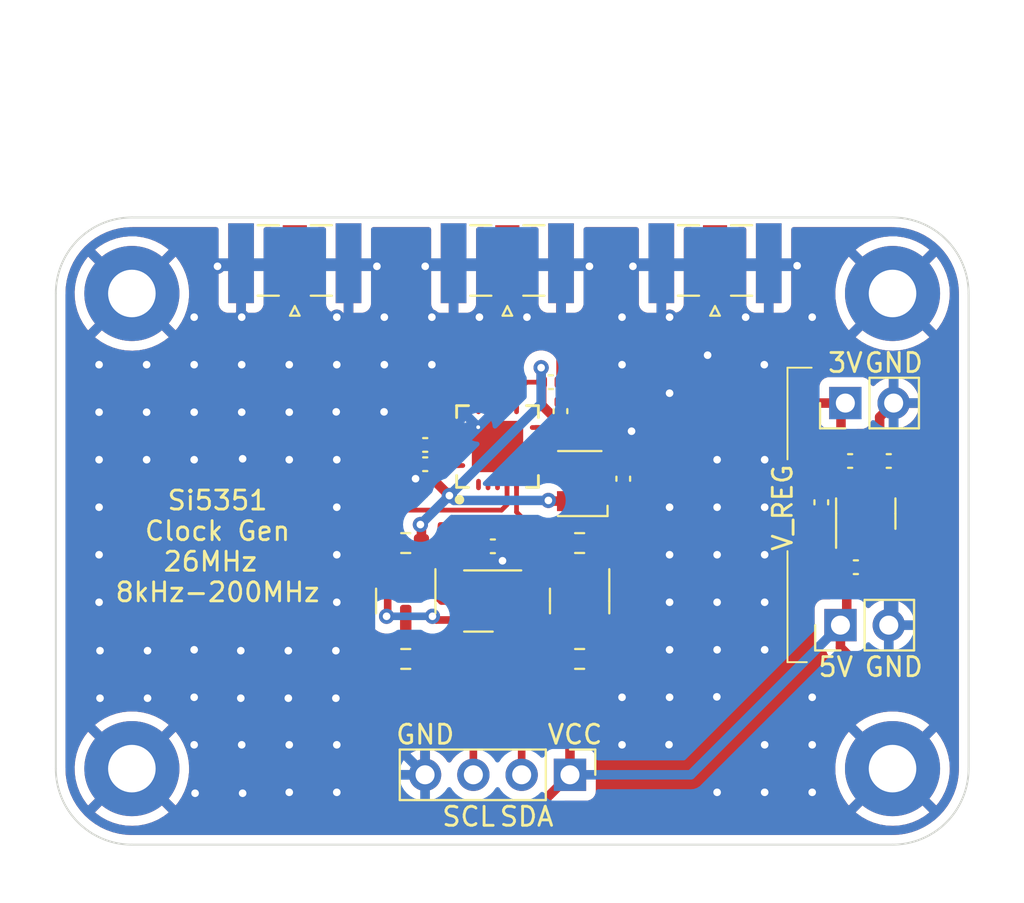
<source format=kicad_pcb>
(kicad_pcb (version 20211014) (generator pcbnew)
  (title_block (title "FREQUENCY GENERATOR") (date "2022-02-05"))
  (layers (0 "F.Cu" signal) (31 "B.Cu" signal) (34 "B.Paste" user) (35 "F.Paste" user) (36 "B.SilkS" user "B.Silkscreen") (37 "F.SilkS" user "F.Silkscreen") (38 "B.Mask" user) (39 "F.Mask" user) (44 "Edge.Cuts" user))
  (net 0 "")
  (net 1 "+3V3")
  (net 2 "GND")
  (net 3 "CLK0")
  (net 4 "Net-(C3-Pad1)")
  (net 5 "CLK1")
  (net 6 "CLK2")
  (net 7 "SDA_5V")
  (net 8 "SCL_5V")
  (net 9 "SDA_3.3")
  (net 10 "+5V")
  (net 11 "SCL_3.3")
  (net 13 "Net-(U1-Pad6)")
  (footprint "Capacitor_SMD:C_0402_1005Metric" (layer "F.Cu") (at 77.978 64.742 -90)
    (fp_text reference "C9")
    (fp_text value "4.7u")
    (fp_line (start -0.107836 0.36) (end 0.107836 0.36) (layer "F.SilkS") (width 0.12))
    (fp_line (start -0.107836 -0.36) (end 0.107836 -0.36) (layer "F.SilkS") (width 0.12))
    (pad "1" smd roundrect (at -0.48 0 270) (size 0.56 0.62) (layers "F.Cu" "F.Paste" "F.Mask") (net 1 "+3V3"))
    (pad "2" smd roundrect (at 0.48 0 270) (size 0.56 0.62) (layers "F.Cu" "F.Paste" "F.Mask") (net 2 "GND"))
  )
  (footprint "Connector_PinHeader_2.54mm:PinHeader_1x02_P2.54mm_Vertical" (layer "F.Cu") (at 79.243 59.52 90)
    (fp_text reference "J1")
    (fp_text value "Conn_01x02_Male")
    (fp_line (start -1.33 -1.33) (end 0 -1.33) (layer "F.SilkS") (width 0.12))
    (fp_line (start -1.33 3.87) (end 1.33 3.87) (layer "F.SilkS") (width 0.12))
    (fp_line (start 1.33 1.27) (end 1.33 3.87) (layer "F.SilkS") (width 0.12))
    (fp_line (start -1.33 1.27) (end -1.33 3.87) (layer "F.SilkS") (width 0.12))
    (fp_line (start -1.33 1.27) (end 1.33 1.27) (layer "F.SilkS") (width 0.12))
    (fp_line (start -1.33 0) (end -1.33 -1.33) (layer "F.SilkS") (width 0.12))
    (pad "1" thru_hole rect (at 0 0 90) (size 1.7 1.7) (drill 1) (layers *.Cu *.Mask) (net 1 "+3V3"))
    (pad "2" thru_hole oval (at 0 2.54 90) (size 1.7 1.7) (drill 1) (layers *.Cu *.Mask) (net 2 "GND"))
  )
  (footprint "Connector_Coaxial:SMA_Samtec_SMA-J-P-X-ST-EM1_EdgeMount" (layer "F.Cu") (at 50.292 52.1605 180)
    (fp_text reference "J3")
    (fp_text value "Conn_Coaxial")
    (fp_line (start -1.95 2) (end -0.84 2) (layer "F.SilkS") (width 0.12))
    (fp_line (start 0.25 -2.76) (end -0.25 -2.76) (layer "F.SilkS") (width 0.12))
    (fp_line (start -1.95 -1.71) (end -0.84 -1.71) (layer "F.SilkS") (width 0.12))
    (fp_line (start 0.84 2) (end 1.95 2) (layer "F.SilkS") (width 0.12))
    (fp_line (start 0.84 -1.71) (end 1.95 -1.71) (layer "F.SilkS") (width 0.12))
    (fp_line (start 0 -2.26) (end 0.25 -2.76) (layer "F.SilkS") (width 0.12))
    (fp_line (start -0.25 -2.76) (end 0 -2.26) (layer "F.SilkS") (width 0.12))
    (pad "1" smd rect (at 0 0.2 180) (size 1.27 3.6) (layers "F.Cu" "F.Paste" "F.Mask") (net 3 "CLK0"))
    (pad "2" smd rect (at -2.825 0 180) (size 1.35 4.2) (layers "B.Cu" "B.Paste" "B.Mask") (net 2 "GND"))
    (pad "2" smd rect (at 2.825 0 180) (size 1.35 4.2) (layers "B.Cu" "B.Paste" "B.Mask") (net 2 "GND"))
    (pad "2" smd rect (at 2.825 0 180) (size 1.35 4.2) (layers "F.Cu" "F.Paste" "F.Mask") (net 2 "GND"))
    (pad "2" smd rect (at -2.825 0 180) (size 1.35 4.2) (layers "F.Cu" "F.Paste" "F.Mask") (net 2 "GND"))
  )
  (footprint "MountingHole:MountingHole_2.5mm_Pad" (layer "F.Cu") (at 41.724 53.754)
    (fp_text reference "H1")
    (fp_text value "MountingHole_Pad")
    (pad "1" thru_hole circle (at 0 0) (size 5 5) (drill 2.5) (layers *.Cu *.Mask) (net 2 "GND"))
  )
  (footprint "Capacitor_SMD:C_0402_1005Metric" (layer "F.Cu") (at 79.494 62.568)
    (fp_text reference "C4")
    (fp_text value "4.7u")
    (fp_line (start -0.107836 0.36) (end 0.107836 0.36) (layer "F.SilkS") (width 0.12))
    (fp_line (start -0.107836 -0.36) (end 0.107836 -0.36) (layer "F.SilkS") (width 0.12))
    (pad "1" smd roundrect (at -0.48 0) (size 0.56 0.62) (layers "F.Cu" "F.Paste" "F.Mask") (net 1 "+3V3"))
    (pad "2" smd roundrect (at 0.48 0) (size 0.56 0.62) (layers "F.Cu" "F.Paste" "F.Mask") (net 2 "GND"))
  )
  (footprint "Resistor_SMD:R_0603_1608Metric" (layer "F.Cu") (at 65.27 66.886 180)
    (fp_text reference "R6")
    (fp_text value "1K")
    (fp_line (start -0.237258 -0.5225) (end 0.237258 -0.5225) (layer "F.SilkS") (width 0.12))
    (fp_line (start -0.237258 0.5225) (end 0.237258 0.5225) (layer "F.SilkS") (width 0.12))
    (pad "1" smd roundrect (at -0.825 0 180) (size 0.8 0.95) (layers "F.Cu" "F.Paste" "F.Mask") (net 1 "+3V3"))
    (pad "2" smd roundrect (at 0.825 0 180) (size 0.8 0.95) (layers "F.Cu" "F.Paste" "F.Mask") (net 9 "SDA_3.3"))
  )
  (footprint "Capacitor_SMD:C_0402_1005Metric" (layer "F.Cu") (at 81.526 62.568 180)
    (fp_text reference "C3")
    (fp_text value "100n")
    (fp_line (start -0.107836 0.36) (end 0.107836 0.36) (layer "F.SilkS") (width 0.12))
    (fp_line (start -0.107836 -0.36) (end 0.107836 -0.36) (layer "F.SilkS") (width 0.12))
    (pad "1" smd roundrect (at -0.48 0 180) (size 0.56 0.62) (layers "F.Cu" "F.Paste" "F.Mask") (net 4 "Net-(C3-Pad1)"))
    (pad "2" smd roundrect (at 0.48 0 180) (size 0.56 0.62) (layers "F.Cu" "F.Paste" "F.Mask") (net 2 "GND"))
  )
  (footprint "Connector_PinHeader_2.54mm:PinHeader_1x02_P2.54mm_Vertical" (layer "F.Cu") (at 78.986 71.204 90)
    (fp_text reference "J2")
    (fp_text value "Conn_01x02_Male")
    (fp_line (start -1.33 3.87) (end 1.33 3.87) (layer "F.SilkS") (width 0.12))
    (fp_line (start 1.33 1.27) (end 1.33 3.87) (layer "F.SilkS") (width 0.12))
    (fp_line (start -1.33 0) (end -1.33 -1.33) (layer "F.SilkS") (width 0.12))
    (fp_line (start -1.33 1.27) (end -1.33 3.87) (layer "F.SilkS") (width 0.12))
    (fp_line (start -1.33 1.27) (end 1.33 1.27) (layer "F.SilkS") (width 0.12))
    (fp_line (start -1.33 -1.33) (end 0 -1.33) (layer "F.SilkS") (width 0.12))
    (pad "1" thru_hole rect (at 0 0 90) (size 1.7 1.7) (drill 1) (layers *.Cu *.Mask) (net 10 "+5V"))
    (pad "2" thru_hole oval (at 0 2.54 90) (size 1.7 1.7) (drill 1) (layers *.Cu *.Mask) (net 2 "GND"))
  )
  (footprint "Package_DFN_QFN:DFN-6-1EP_3x3mm_P1mm_EP1.5x2.4mm" (layer "F.Cu") (at 60.698 69.934 180)
    (fp_text reference "U4")
    (fp_text value "Si7050-A20")
    (fp_line (start 0 -1.61) (end 1.5 -1.61) (layer "F.SilkS") (width 0.12))
    (fp_line (start -1.5 1.61) (end 1.5 1.61) (layer "F.SilkS") (width 0.12))
    (pad "1" smd roundrect (at -1.45 -1 180) (size 0.8 0.4) (layers "F.Cu" "F.Paste" "F.Mask") (net 9 "SDA_3.3"))
    (pad "2" smd roundrect (at -1.45 0 180) (size 0.8 0.4) (layers "F.Cu" "F.Paste" "F.Mask") (net 2 "GND"))
    (pad "3" smd roundrect (at -1.45 1 180) (size 0.8 0.4) (layers "F.Cu" "F.Paste" "F.Mask"))
    (pad "4" smd roundrect (at 1.45 1 180) (size 0.8 0.4) (layers "F.Cu" "F.Paste" "F.Mask"))
    (pad "5" smd roundrect (at 1.45 0 180) (size 0.8 0.4) (layers "F.Cu" "F.Paste" "F.Mask") (net 1 "+3V3"))
    (pad "6" smd roundrect (at 1.45 -1 180) (size 0.8 0.4) (layers "F.Cu" "F.Paste" "F.Mask") (net 11 "SCL_3.3"))
    (pad "7" smd rect (at 0 0 180) (size 1.5 2.4) (layers "F.Cu" "F.Mask"))
  )
  (footprint "Connector_PinHeader_2.54mm:PinHeader_1x04_P2.54mm_Vertical" (layer "F.Cu") (at 64.762 79.078 -90)
    (fp_text reference "J4")
    (fp_text value "Conn_01x04_Male")
    (fp_line (start -1.33 1.27) (end -1.33 8.95) (layer "F.SilkS") (width 0.12))
    (fp_line (start -1.33 0) (end -1.33 -1.33) (layer "F.SilkS") (width 0.12))
    (fp_line (start 1.33 1.27) (end 1.33 8.95) (layer "F.SilkS") (width 0.12))
    (fp_line (start -1.33 -1.33) (end 0 -1.33) (layer "F.SilkS") (width 0.12))
    (fp_line (start -1.33 8.95) (end 1.33 8.95) (layer "F.SilkS") (width 0.12))
    (fp_line (start -1.33 1.27) (end 1.33 1.27) (layer "F.SilkS") (width 0.12))
    (pad "1" thru_hole rect (at 0 0 270) (size 1.7 1.7) (drill 1) (layers *.Cu *.Mask) (net 10 "+5V"))
    (pad "2" thru_hole oval (at 0 2.54 270) (size 1.7 1.7) (drill 1) (layers *.Cu *.Mask) (net 7 "SDA_5V"))
    (pad "3" thru_hole oval (at 0 5.08 270) (size 1.7 1.7) (drill 1) (layers *.Cu *.Mask) (net 8 "SCL_5V"))
    (pad "4" thru_hole oval (at 0 7.62 270) (size 1.7 1.7) (drill 1) (layers *.Cu *.Mask) (net 2 "GND"))
  )
  (footprint "Package_TO_SOT_SMD:SOT-23-5" (layer "F.Cu") (at 80.316 65.336 90)
    (fp_text reference "U3")
    (fp_text value "LP2985-3.3")
    (fp_line (start 0 1.56) (end -0.8 1.56) (layer "F.SilkS") (width 0.12))
    (fp_line (start 0 1.56) (end 0.8 1.56) (layer "F.SilkS") (width 0.12))
    (fp_line (start 0 -1.56) (end -1.8 -1.56) (layer "F.SilkS") (width 0.12))
    (fp_line (start 0 -1.56) (end 0.8 -1.56) (layer "F.SilkS") (width 0.12))
    (pad "1" smd roundrect (at -1.1375 -0.95 90) (size 1.325 0.6) (layers "F.Cu" "F.Paste" "F.Mask") (net 10 "+5V"))
    (pad "2" smd roundrect (at -1.1375 0 90) (size 1.325 0.6) (layers "F.Cu" "F.Paste" "F.Mask") (net 2 "GND"))
    (pad "3" smd roundrect (at -1.1375 0.95 90) (size 1.325 0.6) (layers "F.Cu" "F.Paste" "F.Mask") (net 10 "+5V"))
    (pad "4" smd roundrect (at 1.1375 0.95 90) (size 1.325 0.6) (layers "F.Cu" "F.Paste" "F.Mask") (net 4 "Net-(C3-Pad1)"))
    (pad "5" smd roundrect (at 1.1375 -0.95 90) (size 1.325 0.6) (layers "F.Cu" "F.Paste" "F.Mask") (net 1 "+3V3"))
  )
  (footprint "Resistor_SMD:R_0603_1608Metric" (layer "F.Cu") (at 56.126 72.982)
    (fp_text reference "R8")
    (fp_text value "1K")
    (fp_line (start -0.237258 0.5225) (end 0.237258 0.5225) (layer "F.SilkS") (width 0.12))
    (fp_line (start -0.237258 -0.5225) (end 0.237258 -0.5225) (layer "F.SilkS") (width 0.12))
    (pad "1" smd roundrect (at -0.825 0) (size 0.8 0.95) (layers "F.Cu" "F.Paste" "F.Mask") (net 10 "+5V"))
    (pad "2" smd roundrect (at 0.825 0) (size 0.8 0.95) (layers "F.Cu" "F.Paste" "F.Mask") (net 8 "SCL_5V"))
  )
  (footprint "Capacitor_SMD:C_0402_1005Metric" (layer "F.Cu") (at 57.15 61.722 180)
    (fp_text reference "C8")
    (fp_text value "0.1u")
    (fp_line (start -0.107836 0.36) (end 0.107836 0.36) (layer "F.SilkS") (width 0.12))
    (fp_line (start -0.107836 -0.36) (end 0.107836 -0.36) (layer "F.SilkS") (width 0.12))
    (pad "1" smd roundrect (at -0.48 0 180) (size 0.56 0.62) (layers "F.Cu" "F.Paste" "F.Mask") (net 1 "+3V3"))
    (pad "2" smd roundrect (at 0.48 0 180) (size 0.56 0.62) (layers "F.Cu" "F.Paste" "F.Mask") (net 2 "GND"))
  )
  (footprint "Capacitor_SMD:C_0402_1005Metric" (layer "F.Cu") (at 67.564 63.5 90)
    (fp_text reference "C6")
    (fp_text value "0.1u")
    (fp_line (start -0.107836 0.36) (end 0.107836 0.36) (layer "F.SilkS") (width 0.12))
    (fp_line (start -0.107836 -0.36) (end 0.107836 -0.36) (layer "F.SilkS") (width 0.12))
    (pad "1" smd roundrect (at -0.48 0 90) (size 0.56 0.62) (layers "F.Cu" "F.Paste" "F.Mask") (net 1 "+3V3"))
    (pad "2" smd roundrect (at 0.48 0 90) (size 0.56 0.62) (layers "F.Cu" "F.Paste" "F.Mask") (net 2 "GND"))
  )
  (footprint "Itsemast:Silicon_Labs-Si5351C-B-GM-Level_C" (layer "F.Cu") (at 60.952 61.806 90)
    (fp_text reference "U1")
    (fp_text value "Si5351C-B-GM")
    (fp_line (start -2.150001 -1.525001) (end -2.150001 -2.150001) (layer "F.SilkS") (width 0.15))
    (fp_line (start -2.150001 2.149998) (end -1.525001 2.149998) (layer "F.SilkS") (width 0.15))
    (fp_line (start 1.524998 -2.150001) (end 2.149998 -2.150001) (layer "F.SilkS") (width 0.15))
    (fp_line (start 2.149998 2.149998) (end 2.149998 1.524998) (layer "F.SilkS") (width 0.15))
    (fp_line (start -2.150001 2.149998) (end -2.150001 1.524998) (layer "F.SilkS") (width 0.15))
    (fp_line (start -2.150001 -2.150001) (end -1.525001 -2.150001) (layer "F.SilkS") (width 0.15))
    (fp_line (start 1.524998 2.149998) (end 2.149998 2.149998) (layer "F.SilkS") (width 0.15))
    (fp_line (start 2.149998 -1.525001) (end 2.149998 -2.150001) (layer "F.SilkS") (width 0.15))
    (fp_circle (center -2.800002 -2.000001) (end -2.675001 -2.000001) (layer "F.SilkS") (width 0.249999) (fill none))
    (pad "1" smd roundrect (at -2.000001 -1.000001) (size 0.249999 0.599999) (layers "F.Cu" "F.Paste" "F.Mask") (roundrect_rratio 0.5))
    (pad "2" smd roundrect (at -2.000001 -0.500002) (size 0.249999 0.599999) (layers "F.Cu" "F.Paste" "F.Mask") (roundrect_rratio 0.5))
    (pad "3" smd roundrect (at -2.000001 -0.000001) (size 0.249999 0.599999) (layers "F.Cu" "F.Paste" "F.Mask") (roundrect_rratio 0.5))
    (pad "4" smd roundrect (at -2.000001 0.499999) (size 0.249999 0.599999) (layers "F.Cu" "F.Paste" "F.Mask") (roundrect_rratio 0.5) (net 11 "SCL_3.3"))
    (pad "5" smd roundrect (at -2.000001 0.999998) (size 0.249999 0.599999) (layers "F.Cu" "F.Paste" "F.Mask") (roundrect_rratio 0.5) (net 9 "SDA_3.3"))
    (pad "6" smd roundrect (at -1.000001 1.999999 90) (size 0.249999 0.599999) (layers "F.Cu" "F.Paste" "F.Mask") (roundrect_rratio 0.5) (net 13 "Net-(U1-Pad6)"))
    (pad "7" smd roundrect (at -0.500002 1.999999 90) (size 0.249999 0.599999) (layers "F.Cu" "F.Paste" "F.Mask") (roundrect_rratio 0.5))
    (pad "8" smd roundrect (at 0.000001 1.999999 90) (size 0.249999 0.599999) (layers "F.Cu" "F.Paste" "F.Mask") (roundrect_rratio 0.5))
    (pad "9" smd roundrect (at 0.499999 1.999999 90) (size 0.249999 0.599999) (layers "F.Cu" "F.Paste" "F.Mask") (roundrect_rratio 0.5) (net 6 "CLK2"))
    (pad "10" smd roundrect (at 0.999998 1.999999 90) (size 0.249999 0.599999) (layers "F.Cu" "F.Paste" "F.Mask") (roundrect_rratio 0.5) (net 1 "+3V3"))
    (pad "11" smd roundrect (at 1.999999 0.999998) (size 0.249999 0.599999) (layers "F.Cu" "F.Paste" "F.Mask") (roundrect_rratio 0.5) (net 1 "+3V3"))
    (pad "12" smd roundrect (at 1.999999 0.499999) (size 0.249999 0.599999) (layers "F.Cu" "F.Paste" "F.Mask") (roundrect_rratio 0.5) (net 5 "CLK1"))
    (pad "13" smd roundrect (at 1.999999 -0.000001) (size 0.249999 0.599999) (layers "F.Cu" "F.Paste" "F.Mask") (roundrect_rratio 0.5) (net 3 "CLK0"))
    (pad "14" smd roundrect (at 1.999999 -0.500002) (size 0.249999 0.599999) (layers "F.Cu" "F.Paste" "F.Mask") (roundrect_rratio 0.5) (net 1 "+3V3"))
    (pad "15" smd roundrect (at 1.999999 -1.000001) (size 0.249999 0.599999) (layers "F.Cu" "F.Paste" "F.Mask") (roundrect_rratio 0.5))
    (pad "16" smd roundrect (at 0.999998 -2.000001 90) (size 0.249999 0.599999) (layers "F.Cu" "F.Paste" "F.Mask") (roundrect_rratio 0.5))
    (pad "17" smd roundrect (at 0.499999 -2.000001 90) (size 0.249999 0.599999) (layers "F.Cu" "F.Paste" "F.Mask") (roundrect_rratio 0.5))
    (pad "18" smd roundrect (at 0.000001 -2.000001 90) (size 0.249999 0.599999) (layers "F.Cu" "F.Paste" "F.Mask") (roundrect_rratio 0.5) (net 1 "+3V3"))
    (pad "19" smd roundrect (at -0.500002 -2.000001 90) (size 0.249999 0.599999) (layers "F.Cu" "F.Paste" "F.Mask") (roundrect_rratio 0.5))
    (pad "20" smd roundrect (at -1.000001 -2.000001 90) (size 0.249999 0.599999) (layers "F.Cu" "F.Paste" "F.Mask") (roundrect_rratio 0.5) (net 1 "+3V3"))
    (pad "21" smd rect (at 0 0 90) (size 2.7 2.7) (layers "F.Cu" "F.Paste" "F.Mask") (net 2 "GND"))
    (pad "~" thru_hole circle (at 1.016 -1.016 90) (size 0.499999 0.499999) (drill 0.2) (layers *.Cu) (net 2 "GND"))
  )
  (footprint "Package_TO_SOT_SMD:SOT-23" (layer "F.Cu") (at 65.27 69.934 -90)
    (fp_text reference "Q1")
    (fp_text value "2N7002")
    (fp_line (start 0 -1.56) (end 0.65 -1.56) (layer "F.SilkS") (width 0.12))
    (fp_line (start 0 1.56) (end -0.65 1.56) (layer "F.SilkS") (width 0.12))
    (fp_line (start 0 1.56) (end 0.65 1.56) (layer "F.SilkS") (width 0.12))
    (fp_line (start 0 -1.56) (end -1.675 -1.56) (layer "F.SilkS") (width 0.12))
    (pad "1" smd roundrect (at -0.9375 -0.95 270) (size 1.475 0.6) (layers "F.Cu" "F.Paste" "F.Mask") (net 1 "+3V3"))
    (pad "2" smd roundrect (at -0.9375 0.95 270) (size 1.475 0.6) (layers "F.Cu" "F.Paste" "F.Mask") (net 9 "SDA_3.3"))
    (pad "3" smd roundrect (at 0.9375 0 270) (size 1.475 0.6) (layers "F.Cu" "F.Paste" "F.Mask") (net 7 "SDA_5V"))
  )
  (footprint "MountingHole:MountingHole_2.5mm_Pad" (layer "F.Cu") (at 81.724 78.754)
    (fp_text reference "H3")
    (fp_text value "MountingHole_Pad")
    (pad "1" thru_hole circle (at 0 0) (size 5 5) (drill 2.5) (layers *.Cu *.Mask) (net 2 "GND"))
  )
  (footprint "Resistor_SMD:R_0603_1608Metric" (layer "F.Cu") (at 56.126 66.886 180)
    (fp_text reference "R5")
    (fp_text value "1K")
    (fp_line (start -0.237258 0.5225) (end 0.237258 0.5225) (layer "F.SilkS") (width 0.12))
    (fp_line (start -0.237258 -0.5225) (end 0.237258 -0.5225) (layer "F.SilkS") (width 0.12))
    (pad "1" smd roundrect (at -0.825 0 180) (size 0.8 0.95) (layers "F.Cu" "F.Paste" "F.Mask") (net 1 "+3V3"))
    (pad "2" smd roundrect (at 0.825 0 180) (size 0.8 0.95) (layers "F.Cu" "F.Paste" "F.Mask") (net 11 "SCL_3.3"))
  )
  (footprint "Capacitor_SMD:C_0402_1005Metric" (layer "F.Cu") (at 63.754 58.42 180)
    (fp_text reference "C7")
    (fp_text value "0.1u")
    (fp_line (start -0.107836 0.36) (end 0.107836 0.36) (layer "F.SilkS") (width 0.12))
    (fp_line (start -0.107836 -0.36) (end 0.107836 -0.36) (layer "F.SilkS") (width 0.12))
    (pad "1" smd roundrect (at -0.48 0 180) (size 0.56 0.62) (layers "F.Cu" "F.Paste" "F.Mask") (net 2 "GND"))
    (pad "2" smd roundrect (at 0.48 0 180) (size 0.56 0.62) (layers "F.Cu" "F.Paste" "F.Mask") (net 1 "+3V3"))
  )
  (footprint "Connector_Coaxial:SMA_Samtec_SMA-J-P-X-ST-EM1_EdgeMount" (layer "F.Cu") (at 61.468 52.1605 180)
    (fp_text reference "J5")
    (fp_text value "Conn_Coaxial")
    (fp_line (start 0.25 -2.76) (end -0.25 -2.76) (layer "F.SilkS") (width 0.12))
    (fp_line (start -0.25 -2.76) (end 0 -2.26) (layer "F.SilkS") (width 0.12))
    (fp_line (start 0.84 2) (end 1.95 2) (layer "F.SilkS") (width 0.12))
    (fp_line (start 0.84 -1.71) (end 1.95 -1.71) (layer "F.SilkS") (width 0.12))
    (fp_line (start -1.95 2) (end -0.84 2) (layer "F.SilkS") (width 0.12))
    (fp_line (start -1.95 -1.71) (end -0.84 -1.71) (layer "F.SilkS") (width 0.12))
    (fp_line (start 0 -2.26) (end 0.25 -2.76) (layer "F.SilkS") (width 0.12))
    (pad "1" smd rect (at 0 0.2 180) (size 1.27 3.6) (layers "F.Cu" "F.Paste" "F.Mask") (net 5 "CLK1"))
    (pad "2" smd rect (at -2.825 0 180) (size 1.35 4.2) (layers "B.Cu" "B.Paste" "B.Mask") (net 2 "GND"))
    (pad "2" smd rect (at 2.825 0 180) (size 1.35 4.2) (layers "B.Cu" "B.Paste" "B.Mask") (net 2 "GND"))
    (pad "2" smd rect (at 2.825 0 180) (size 1.35 4.2) (layers "F.Cu" "F.Paste" "F.Mask") (net 2 "GND"))
    (pad "2" smd rect (at -2.825 0 180) (size 1.35 4.2) (layers "F.Cu" "F.Paste" "F.Mask") (net 2 "GND"))
  )
  (footprint "Capacitor_SMD:C_0402_1005Metric" (layer "F.Cu") (at 64.262 59.944 90)
    (fp_text reference "C10")
    (fp_text value "0.1u")
    (fp_line (start -0.107836 0.36) (end 0.107836 0.36) (layer "F.SilkS") (width 0.12))
    (fp_line (start -0.107836 -0.36) (end 0.107836 -0.36) (layer "F.SilkS") (width 0.12))
    (pad "1" smd roundrect (at -0.48 0 90) (size 0.56 0.62) (layers "F.Cu" "F.Paste" "F.Mask") (net 1 "+3V3"))
    (pad "2" smd roundrect (at 0.48 0 90) (size 0.56 0.62) (layers "F.Cu" "F.Paste" "F.Mask") (net 2 "GND"))
  )
  (footprint "MountingHole:MountingHole_2.5mm_Pad" (layer "F.Cu") (at 41.724 78.754)
    (fp_text reference "H4")
    (fp_text value "MountingHole_Pad")
    (pad "1" thru_hole circle (at 0 0) (size 5 5) (drill 2.5) (layers *.Cu *.Mask) (net 2 "GND"))
  )
  (footprint "Connector_Coaxial:SMA_Samtec_SMA-J-P-X-ST-EM1_EdgeMount" (layer "F.Cu") (at 72.39 52.1605 180)
    (fp_text reference "J6")
    (fp_text value "Conn_Coaxial")
    (fp_line (start 0.84 2) (end 1.95 2) (layer "F.SilkS") (width 0.12))
    (fp_line (start 0.25 -2.76) (end -0.25 -2.76) (layer "F.SilkS") (width 0.12))
    (fp_line (start -0.25 -2.76) (end 0 -2.26) (layer "F.SilkS") (width 0.12))
    (fp_line (start -1.95 2) (end -0.84 2) (layer "F.SilkS") (width 0.12))
    (fp_line (start 0.84 -1.71) (end 1.95 -1.71) (layer "F.SilkS") (width 0.12))
    (fp_line (start 0 -2.26) (end 0.25 -2.76) (layer "F.SilkS") (width 0.12))
    (fp_line (start -1.95 -1.71) (end -0.84 -1.71) (layer "F.SilkS") (width 0.12))
    (pad "1" smd rect (at 0 0.2 180) (size 1.27 3.6) (layers "F.Cu" "F.Paste" "F.Mask") (net 6 "CLK2"))
    (pad "2" smd rect (at -2.825 0 180) (size 1.35 4.2) (layers "B.Cu" "B.Paste" "B.Mask") (net 2 "GND"))
    (pad "2" smd rect (at 2.825 0 180) (size 1.35 4.2) (layers "B.Cu" "B.Paste" "B.Mask") (net 2 "GND"))
    (pad "2" smd rect (at -2.825 0 180) (size 1.35 4.2) (layers "F.Cu" "F.Paste" "F.Mask") (net 2 "GND"))
    (pad "2" smd rect (at 2.825 0 180) (size 1.35 4.2) (layers "F.Cu" "F.Paste" "F.Mask") (net 2 "GND"))
  )
  (footprint "Resistor_SMD:R_0603_1608Metric" (layer "F.Cu") (at 65.27 72.982 180)
    (fp_text reference "R7")
    (fp_text value "1K")
    (fp_line (start -0.237258 -0.5225) (end 0.237258 -0.5225) (layer "F.SilkS") (width 0.12))
    (fp_line (start -0.237258 0.5225) (end 0.237258 0.5225) (layer "F.SilkS") (width 0.12))
    (pad "1" smd roundrect (at -0.825 0 180) (size 0.8 0.95) (layers "F.Cu" "F.Paste" "F.Mask") (net 10 "+5V"))
    (pad "2" smd roundrect (at 0.825 0 180) (size 0.8 0.95) (layers "F.Cu" "F.Paste" "F.Mask") (net 7 "SDA_5V"))
  )
  (footprint "Capacitor_SMD:C_0402_1005Metric" (layer "F.Cu") (at 79.796 68.156 180)
    (fp_text reference "C2")
    (fp_text value "1u")
    (fp_line (start -0.107836 -0.36) (end 0.107836 -0.36) (layer "F.SilkS") (width 0.12))
    (fp_line (start -0.107836 0.36) (end 0.107836 0.36) (layer "F.SilkS") (width 0.12))
    (pad "1" smd roundrect (at -0.48 0 180) (size 0.56 0.62) (layers "F.Cu" "F.Paste" "F.Mask") (net 2 "GND"))
    (pad "2" smd roundrect (at 0.48 0 180) (size 0.56 0.62) (layers "F.Cu" "F.Paste" "F.Mask") (net 10 "+5V"))
  )
  (footprint "Capacitor_SMD:C_0402_1005Metric" (layer "F.Cu") (at 57.15 62.738 180)
    (fp_text reference "C1")
    (fp_text value "0.1u")
    (fp_line (start -0.107836 -0.36) (end 0.107836 -0.36) (layer "F.SilkS") (width 0.12))
    (fp_line (start -0.107836 0.36) (end 0.107836 0.36) (layer "F.SilkS") (width 0.12))
    (pad "1" smd roundrect (at -0.48 0 180) (size 0.56 0.62) (layers "F.Cu" "F.Paste" "F.Mask") (net 1 "+3V3"))
    (pad "2" smd roundrect (at 0.48 0 180) (size 0.56 0.62) (layers "F.Cu" "F.Paste" "F.Mask") (net 2 "GND"))
  )
  (footprint "Package_TO_SOT_SMD:SOT-23" (layer "F.Cu") (at 56.126 69.934 -90)
    (fp_text reference "Q2")
    (fp_text value "2N7002")
    (fp_line (start 0 -1.56) (end 0.65 -1.56) (layer "F.SilkS") (width 0.12))
    (fp_line (start 0 1.56) (end -0.65 1.56) (layer "F.SilkS") (width 0.12))
    (fp_line (start 0 -1.56) (end -1.675 -1.56) (layer "F.SilkS") (width 0.12))
    (fp_line (start 0 1.56) (end 0.65 1.56) (layer "F.SilkS") (width 0.12))
    (pad "1" smd roundrect (at -0.9375 -0.95 270) (size 1.475 0.6) (layers "F.Cu" "F.Paste" "F.Mask") (net 1 "+3V3"))
    (pad "2" smd roundrect (at -0.9375 0.95 270) (size 1.475 0.6) (layers "F.Cu" "F.Paste" "F.Mask") (net 11 "SCL_3.3"))
    (pad "3" smd roundrect (at 0.9375 0 270) (size 1.475 0.6) (layers "F.Cu" "F.Paste" "F.Mask") (net 8 "SCL_5V"))
  )
  (footprint "Capacitor_SMD:C_0402_1005Metric" (layer "F.Cu") (at 60.706 67.056)
    (fp_text reference "C5")
    (fp_text value "0.1uF")
    (fp_line (start -0.107836 0.36) (end 0.107836 0.36) (layer "F.SilkS") (width 0.12))
    (fp_line (start -0.107836 -0.36) (end 0.107836 -0.36) (layer "F.SilkS") (width 0.12))
    (pad "1" smd roundrect (at -0.48 0) (size 0.56 0.62) (layers "F.Cu" "F.Paste" "F.Mask") (net 1 "+3V3"))
    (pad "2" smd roundrect (at 0.48 0) (size 0.56 0.62) (layers "F.Cu" "F.Paste" "F.Mask") (net 2 "GND"))
  )
  (footprint "Oscillator:Oscillator_SMD_Kyocera_KC2520Z-4Pin_2.5x2.0mm" (layer "F.Cu") (at 65.278 63.754 180)
    (fp_text reference "U2")
    (fp_text value "SiT5008 26MHz")
    (fp_line (start -1.46 -1.71) (end 1.15 -1.71) (layer "F.SilkS") (width 0.12))
    (fp_line (start 1.14 1.71) (end -1.14 1.71) (layer "F.SilkS") (width 0.12))
    (fp_line (start -1.46 -1.17) (end -1.46 -1.71) (layer "F.SilkS") (width 0.12))
    (pad "1" smd rect (at -0.725 -0.925 180) (size 0.95 1.05) (layers "F.Cu" "F.Paste" "F.Mask"))
    (pad "2" smd rect (at -0.725 0.925 180) (size 0.95 1.05) (layers "F.Cu" "F.Paste" "F.Mask") (net 2 "GND"))
    (pad "3" smd rect (at 0.725 0.925 180) (size 0.95 1.05) (layers "F.Cu" "F.Paste" "F.Mask") (net 13 "Net-(U1-Pad6)"))
    (pad "4" smd rect (at 0.725 -0.925 180) (size 0.95 1.05) (layers "F.Cu" "F.Paste" "F.Mask") (net 1 "+3V3"))
  )
  (footprint "MountingHole:MountingHole_2.5mm_Pad" (layer "F.Cu") (at 81.724 53.754)
    (fp_text reference "H2")
    (fp_text value "MountingHole_Pad")
    (pad "1" thru_hole circle (at 0 0) (size 5 5) (drill 2.5) (layers *.Cu *.Mask) (net 2 "GND"))
  )
  (gr_line (start 76.2 57.658) (end 77.47 57.658) (layer "F.SilkS") (width 0.1))
  (gr_line (start 76.2 72.898) (end 76.2 73.152) (layer "F.SilkS") (width 0.1))
  (gr_line (start 76.2 67.31) (end 76.2 72.898) (layer "F.SilkS") (width 0.1))
  (gr_line (start 76.2 62.484) (end 76.2 57.658) (layer "F.SilkS") (width 0.1))
  (gr_line (start 76.2 73.152) (end 77.216 73.152) (layer "F.SilkS") (width 0.1))
  (gr_arc (start 41.724 82.754) (mid 38.895573 81.582427) (end 37.724 78.754) (layer "Edge.Cuts") (width 0.1))
  (gr_line (start 85.724 53.754) (end 85.724 78.754) (layer "Edge.Cuts") (width 0.1))
  (gr_arc (start 37.724 53.754) (mid 38.895573 50.925573) (end 41.724 49.754) (layer "Edge.Cuts") (width 0.1))
  (gr_arc (start 81.724 49.754) (mid 84.552427 50.925573) (end 85.724 53.754) (layer "Edge.Cuts") (width 0.1))
  (gr_line (start 81.724 82.754) (end 41.724 82.754) (layer "Edge.Cuts") (width 0.1))
  (gr_line (start 41.724 49.754) (end 81.724 49.754) (layer "Edge.Cuts") (width 0.1))
  (gr_arc (start 85.724 78.754) (mid 84.552427 81.582427) (end 81.724 82.754) (layer "Edge.Cuts") (width 0.1))
  (gr_line (start 37.724 78.754) (end 37.724 53.754) (layer "Edge.Cuts") (width 0.1))
  (gr_text "3V" (at 79.248 57.404) (layer "F.SilkS") (effects (font (size 1 1))))
  (gr_text "GND" (at 81.788 57.404) (layer "F.SilkS") (effects (font (size 1 1))))
  (gr_text "VCC" (at 65.024 76.962) (layer "F.SilkS") (effects (font (size 1 1))))
  (gr_text "GND" (at 57.15 76.962) (layer "F.SilkS") (effects (font (size 1 1))))
  (gr_text "V_REG" (at 75.946 65.024 90) (layer "F.SilkS") (effects (font (size 1 1))))
  (gr_text "SCL" (at 59.436 81.28) (layer "F.SilkS") (effects (font (size 1 1))))
  (gr_text "Si5351\nClock Gen\n26MHz \n8kHz-200MHz" (at 46.228 67.056) (layer "F.SilkS") (effects (font (size 1 1))))
  (gr_text "GND" (at 81.788 73.406) (layer "F.SilkS") (effects (font (size 1 1))))
  (gr_text "5V" (at 78.74 73.406) (layer "F.SilkS") (effects (font (size 1 1))))
  (gr_text "SDA" (at 62.484 81.28) (layer "F.SilkS") (effects (font (size 1 1))))
  (segment (start 64.078293 60.424) (end 63.274 59.619707) (width 0.5) (layer "F.Cu") (net 1))
  (segment (start 57.63 61.722) (end 57.63 62.738) (width 0.5) (layer "F.Cu") (net 1))
  (segment (start 79.366 64.1985) (end 79.014 63.8465) (width 0.5) (layer "F.Cu") (net 1))
  (segment (start 63.246 57.658) (end 63.246 58.392) (width 0.5) (layer "F.Cu") (net 1))
  (segment (start 61.951998 59.806001) (end 61.951998 58.952002) (width 0.25) (layer "F.Cu") (net 1))
  (segment (start 66.22 68.9965) (end 66.22 67.011) (width 0.5) (layer "F.Cu") (net 1))
  (segment (start 64.49159 64.99959) (end 66.095 66.603) (width 0.5) (layer "F.Cu") (net 1))
  (segment (start 63.274 59.619707) (end 63.274 58.42) (width 0.5) (layer "F.Cu") (net 1))
  (segment (start 73.068 59.52) (end 79.243 59.52) (width 0.5) (layer "F.Cu") (net 1))
  (segment (start 61.951998 58.952002) (end 62.484 58.42) (width 0.25) (layer "F.Cu") (net 1))
  (segment (start 58.951999 62.806001) (end 57.698001 62.806001) (width 0.25) (layer "F.Cu") (net 1))
  (segment (start 79.014 59.749) (end 79.243 59.52) (width 0.5) (layer "F.Cu") (net 1))
  (segment (start 57.076 68.9965) (end 57.076 67.011) (width 0.5) (layer "F.Cu") (net 1))
  (segment (start 63.663 64.679) (end 63.627 64.643) (width 0.5) (layer "F.Cu") (net 1))
  (segment (start 58.166518 59.181482) (end 57.63 59.718) (width 0.25) (layer "F.Cu") (net 1))
  (segment (start 56.951 66.886) (end 56.951 65.968) (width 0.5) (layer "F.Cu") (net 1))
  (segment (start 57.63 59.718) (end 57.63 61.722) (width 0.25) (layer "F.Cu") (net 1))
  (segment (start 66.972 66.886) (end 66.095 66.886) (width 0.5) (layer "F.Cu") (net 1))
  (segment (start 64.553 64.679) (end 63.663 64.679) (width 0.5) (layer "F.Cu") (net 1))
  (segment (start 57.0085 66.9435) (end 56.951 66.886) (width 0.5) (layer "F.Cu") (net 1))
  (segment (start 57.121 67.056) (end 56.951 66.886) (width 0.5) (layer "F.Cu") (net 1))
  (segment (start 67.564 63.98) (end 68.608 63.98) (width 0.5) (layer "F.Cu") (net 1))
  (segment (start 64.49159 64.62387) (end 64.49159 64.99959) (width 0.5) (layer "F.Cu") (net 1))
  (segment (start 56.951 65.968) (end 56.896 65.913) (width 0.5) (layer "F.Cu") (net 1))
  (segment (start 60.451998 59.495285) (end 60.138195 59.181482) (width 0.25) (layer "F.Cu") (net 1))
  (segment (start 79.014 62.568) (end 79.014 59.749) (width 0.5) (layer "F.Cu") (net 1))
  (segment (start 60.138195 59.181482) (end 58.166518 59.181482) (width 0.25) (layer "F.Cu") (net 1))
  (segment (start 67.564 63.98) (end 67.564 66.294) (width 0.5) (layer "F.Cu") (net 1))
  (segment (start 63.246 58.392) (end 63.274 58.42) (width 0.5) (layer "F.Cu") (net 1))
  (segment (start 58.0135 69.934) (end 57.076 68.9965) (width 0.4) (layer "F.Cu") (net 1))
  (segment (start 62.484 58.42) (end 63.274 58.42) (width 0.25) (layer "F.Cu") (net 1))
  (segment (start 59.248 69.934) (end 58.0135 69.934) (width 0.4) (layer "F.Cu") (net 1))
  (segment (start 64.262 60.424) (end 64.078293 60.424) (width 0.5) (layer "F.Cu") (net 1))
  (segment (start 78.0415 64.1985) (end 77.978 64.262) (width 0.5) (layer "F.Cu") (net 1))
  (segment (start 63.935998 60.806002) (end 64.29 60.452) (width 0.25) (layer "F.Cu") (net 1))
  (segment (start 68.608 63.98) (end 73.068 59.52) (width 0.5) (layer "F.Cu") (net 1))
  (segment (start 79.014 63.8465) (end 79.014 62.568) (width 0.5) (layer "F.Cu") (net 1))
  (segment (start 67.564 66.294) (end 66.972 66.886) (width 0.5) (layer "F.Cu") (net 1))
  (segment (start 57.63 63.599) (end 58.42 64.389) (width 0.5) (layer "F.Cu") (net 1))
  (segment (start 57.63 62.738) (end 57.63 63.599) (width 0.5) (layer "F.Cu") (net 1))
  (segment (start 60.226 67.056) (end 57.121 67.056) (width 0.5) (layer "F.Cu") (net 1))
  (segment (start 79.366 64.1985) (end 78.0415 64.1985) (width 0.5) (layer "F.Cu") (net 1))
  (segment (start 58.951999 61.805999) (end 57.713999 61.805999) (width 0.25) (layer "F.Cu") (net 1))
  (segment (start 57.076 67.011) (end 57.0085 66.9435) (width 0.5) (layer "F.Cu") (net 1))
  (segment (start 62.951999 60.806002) (end 63.935998 60.806002) (width 0.25) (layer "F.Cu") (net 1))
  (segment (start 60.451998 59.806001) (end 60.451998 59.495285) (width 0.25) (layer "F.Cu") (net 1))
  (via (at 63.627 64.643) (size 0.8) (drill 0.4) (layers "F.Cu" "B.Cu") (net 1))
  (via (at 56.896 65.913) (size 0.8) (drill 0.4) (layers "F.Cu" "B.Cu") (net 1))
  (via (at 58.42 64.389) (size 0.8) (drill 0.4) (layers "F.Cu" "B.Cu") (net 1))
  (via (at 63.246 57.658) (size 0.8) (drill 0.4) (layers "F.Cu" "B.Cu") (net 1))
  (segment (start 58.674 64.643) (end 58.42 64.389) (width 0.5) (layer "B.Cu") (net 1))
  (segment (start 63.627 64.643) (end 58.674 64.643) (width 0.5) (layer "B.Cu") (net 1))
  (segment (start 63.246 57.658) (end 63.246 59.563) (width 0.5) (layer "B.Cu") (net 1))
  (segment (start 63.246 59.563) (end 58.42 64.389) (width 0.5) (layer "B.Cu") (net 1))
  (segment (start 58.42 64.389) (end 56.896 65.913) (width 0.5) (layer "B.Cu") (net 1))
  (segment (start 53.117 52.1605) (end 54.4465 52.1605) (width 0.5) (layer "F.Cu") (net 2))
  (segment (start 65.6225 52.1605) (end 65.786 52.324) (width 0.5) (layer "F.Cu") (net 2))
  (segment (start 79.974 62.568) (end 81.046 62.568) (width 0.5) (layer "F.Cu") (net 2))
  (segment (start 64.262 59.464) (end 64.262 58.448) (width 0.5) (layer "F.Cu") (net 2))
  (segment (start 46.3915 52.1605) (end 46.228 52.324) (width 0.5) (layer "F.Cu") (net 2))
  (segment (start 64.293 52.1605) (end 65.6225 52.1605) (width 0.5) (layer "F.Cu") (net 2))
  (segment (start 69.565 52.1605) (end 68.2355 52.1605) (width 0.5) (layer "F.Cu") (net 2))
  (segment (start 81.046 60.257) (end 81.783 59.52) (width 0.5) (layer "F.Cu") (net 2))
  (segment (start 75.215 55.369) (end 75.215 52.293) (width 0.5) (layer "F.Cu") (net 2))
  (segment (start 64.293 58.361) (end 64.293 52.1605) (width 0.5) (layer "F.Cu") (net 2))
  (segment (start 56.67 61.722) (end 56.67 62.738) (width 0.5) (layer "F.Cu") (net 2))
  (segment (start 67.564 63.02) (end 75.215 55.369) (width 0.5) (layer "F.Cu") (net 2))
  (segment (start 68.2355 52.1605) (end 68.072 52.324) (width 0.5) (layer "F.Cu") (net 2))
  (segment (start 80.316 66.4735) (end 80.316 68.116) (width 0.5) (layer "F.Cu") (net 2))
  (segment (start 61.214 67.084) (end 61.186 67.056) (width 0.5) (layer "F.Cu") (net 2))
  (segment (start 81.526 68.826) (end 81.526 71.204) (width 0.5) (layer "F.Cu") (net 2))
  (segment (start 80.276 68.156) (end 80.856 68.156) (width 0.5) (layer "F.Cu") (net 2))
  (segment (start 75.215 52.1605) (end 76.5755 52.1605) (width 0.5) (layer "F.Cu") (net 2))
  (segment (start 81.046 62.568) (end 81.046 60.257) (width 0.5) (layer "F.Cu") (net 2))
  (segment (start 47.467 52.1605) (end 46.3915 52.1605) (width 0.5) (layer "F.Cu") (net 2))
  (segment (start 62.484 67.056) (end 61.214 67.056) (width 0.4) (layer "F.Cu") (net 2))
  (segment (start 79.713369 65.31052) (end 80.316 65.913151) (width 0.5) (layer "F.Cu") (net 2))
  (segment (start 64.262 58.448) (end 64.234 58.42) (width 0.5) (layer "F.Cu") (net 2))
  (segment (start 80.316 68.116) (end 80.276 68.156) (width 0.5) (layer "F.Cu") (net 2))
  (segment (start 56.67 62.738) (end 56.67 63.472) (width 0.5) (layer "F.Cu") (net 2))
  (segment (start 61.214 67.818) (end 61.214 67.084) (width 0.5) (layer "F.Cu") (net 2))
  (segment (start 66.18772 63.02) (end 65.94159 62.77387) (width 0.5) (layer "F.Cu") (net 2))
  (segment (start 80.316 65.913151) (end 80.316 66.4735) (width 0.5) (layer "F.Cu") (net 2))
  (segment (start 80.856 68.156) (end 81.526 68.826) (width 0.5) (layer "F.Cu") (net 2))
  (segment (start 64.234 58.42) (end 64.293 58.361) (width 0.5) (layer "F.Cu") (net 2))
  (segment (start 57.3135 52.1605) (end 57.15 52.324) (width 0.5) (layer "F.Cu") (net 2))
  (segment (start 58.643 52.1605) (end 57.3135 52.1605) (width 0.5) (layer "F.Cu") (net 2))
  (segment (start 63.246 69.596) (end 63.246 67.818) (width 0.4) (layer "F.Cu") (net 2))
  (segment (start 75.215 52.293) (end 75.215 52.1605) (width 0.5) (layer "F.Cu") (net 2))
  (segment (start 62.148 69.934) (end 62.908 69.934) (width 0.4) (layer "F.Cu") (net 2))
  (segment (start 62.908 69.934) (end 63.246 69.596) (width 0.4) (layer "F.Cu") (net 2))
  (segment (start 76.5755 52.1605) (end 76.708 52.293) (width 0.5) (layer "F.Cu") (net 2))
  (segment (start 56.67 63.472) (end 56.642 63.5) (width 0.5) (layer "F.Cu") (net 2))
  (segment (start 63.246 67.818) (end 62.484 67.056) (width 0.4) (layer "F.Cu") (net 2))
  (segment (start 78.06652 65.31052) (end 79.713369 65.31052) (width 0.5) (layer "F.Cu") (net 2))
  (segment (start 61.214 67.056) (end 61.186 67.056) (width 0.4) (layer "F.Cu") (net 2))
  (segment (start 54.4465 52.1605) (end 54.61 52.324) (width 0.5) (layer "F.Cu") (net 2))
  (segment (start 67.564 63.02) (end 66.18772 63.02) (width 0.5) (layer "F.Cu") (net 2))
  (via (at 40.048361 75.04836) (size 0.8) (drill 0.4) (layers "F.Cu" "B.Cu") (net 2))
  (via (at 47.548361 80.04836) (size 0.8) (drill 0.4) (layers "F.Cu" "B.Cu") (net 2))
  (via (at 72.5 80) (size 0.8) (drill 0.4) (layers "F.Cu" "B.Cu") (net 2))
  (via (at 68.072 52.324) (size 0.8) (drill 0.4) (layers "F.Cu" "B.Cu") (net 2))
  (via (at 67.5 77.5) (size 0.8) (drill 0.4) (layers "F.Cu" "B.Cu") (net 2))
  (via (at 40 70) (size 0.8) (drill 0.4) (layers "F.Cu" "B.Cu") (net 2))
  (via (at 70 72.5) (size 0.8) (drill 0.4) (layers "F.Cu" "B.Cu") (net 2))
  (via (at 57.5 57.5) (size 0.8) (drill 0.4) (layers "F.Cu" "B.Cu") (net 2))
  (via (at 72.5 70) (size 0.8) (drill 0.4) (layers "F.Cu" "B.Cu") (net 2))
  (via (at 65.786 52.324) (size 0.8) (drill 0.4) (layers "F.Cu" "B.Cu") (net 2))
  (via (at 47.45164 75.048361) (size 0.8) (drill 0.4) (layers "F.Cu" "B.Cu") (net 2))
  (via (at 75 70) (size 0.8) (drill 0.4) (layers "F.Cu" "B.Cu") (net 2))
  (via (at 72.5 62.5) (size 0.8) (drill 0.4) (layers "F.Cu" "B.Cu") (net 2))
  (via (at 40.048361 72.54836) (size 0.8) (drill 0.4) (layers "F.Cu" "B.Cu") (net 2))
  (via (at 55 57.5) (size 0.8) (drill 0.4) (layers "F.Cu" "B.Cu") (net 2))
  (via (at 50 80) (size 0.8) (drill 0.4) (layers "F.Cu" "B.Cu") (net 2))
  (via (at 77.5 75) (size 0.8) (drill 0.4) (layers "F.Cu" "B.Cu") (net 2))
  (via (at 55 55) (size 0.8) (drill 0.4) (layers "F.Cu" "B.Cu") (net 2))
  (via (at 61.214 67.818) (size 0.8) (drill 0.4) (layers "F.Cu" "B.Cu") (net 2))
  (via (at 74 55) (size 0.8) (drill 0.4) (layers "F.Cu" "B.Cu") (net 2))
  (via (at 60 55) (size 0.8) (drill 0.4) (layers "F.Cu" "B.Cu") (net 2))
  (via (at 42.5 60) (size 0.8) (drill 0.4) (layers "F.Cu" "B.Cu") (net 2))
  (via (at 67.5 57.5) (size 0.8) (drill 0.4) (layers "F.Cu" "B.Cu") (net 2))
  (via (at 67.5 55) (size 0.8) (drill 0.4) (layers "F.Cu" "B.Cu") (net 2))
  (via (at 72.5 67.5) (size 0.8) (drill 0.4) (layers "F.Cu" "B.Cu") (net 2))
  (via (at 45 77.5) (size 0.8) (drill 0.4) (layers "F.Cu" "B.Cu") (net 2))
  (via (at 70 70) (size 0.8) (drill 0.4) (layers "F.Cu" "B.Cu") (net 2))
  (via (at 52.5 62.5) (size 0.8) (drill 0.4) (layers "F.Cu" "B.Cu") (net 2))
  (via (at 45 57.5) (size 0.8) (drill 0.4) (layers "F.Cu" "B.Cu") (net 2))
  (via (at 40 67.5) (size 0.8) (drill 0.4) (layers "F.Cu" "B.Cu") (net 2))
  (via (at 75 62.5) (size 0.8) (drill 0.4) (layers "F.Cu" "B.Cu") (net 2))
  (via (at 72.5 72.5) (size 0.8) (drill 0.4) (layers "F.Cu" "B.Cu") (net 2))
  (via (at 50 62.5) (size 0.8) (drill 0.4) (layers "F.Cu" "B.Cu") (net 2))
  (via (at 52.470515 59.982502) (size 0.8) (drill 0.4) (layers "F.Cu" "B.Cu") (net 2))
  (via (at 47.54836 62.451639) (size 0.8) (drill 0.4) (layers "F.Cu" "B.Cu") (net 2))
  (via (at 42.548361 75.04836) (size 0.8) (drill 0.4) (layers "F.Cu" "B.Cu") (net 2))
  (via (at 45 62.5) (size 0.8) (drill 0.4) (layers "F.Cu" "B.Cu") (net 2))
  (via (at 49.95164 75.048361) (size 0.8) (drill 0.4) (layers "F.Cu" "B.Cu") (net 2))
  (via (at 42.548361 72.54836) (size 0.8) (drill 0.4) (layers "F.Cu" "B.Cu") (net 2))
  (via (at 54.61 52.324) (size 0.8) (drill 0.4) (layers "F.Cu" "B.Cu") (net 2))
  (via (at 62.5 55) (size 0.8) (drill 0.4) (layers "F.Cu" "B.Cu") (net 2))
  (via (at 77.5 55) (size 0.8) (drill 0.4) (layers "F.Cu" "B.Cu") (net 2))
  (via (at 67.5 75) (size 0.8) (drill 0.4) (layers "F.Cu" "B.Cu") (net 2))
  (via (at 75 67.5) (size 0.8) (drill 0.4) (layers "F.Cu" "B.Cu") (net 2))
  (via (at 50 77.5) (size 0.8) (drill 0.4) (layers "F.Cu" "B.Cu") (net 2))
  (via (at 45.048361 80.04836) (size 0.8) (drill 0.4) (layers "F.Cu" "B.Cu") (net 2))
  (via (at 52.5 77.5) (size 0.8) (drill 0.4) (layers "F.Cu" "B.Cu") (net 2))
  (via (at 77.5 80) (size 0.8) (drill 0.4) (layers "F.Cu" "B.Cu") (net 2))
  (via (at 77.5 77.5) (size 0.8) (drill 0.4) (layers "F.Cu" "B.Cu") (net 2))
  (via (at 40 60) (size 0.8) (drill 0.4) (layers "F.Cu" "B.Cu") (net 2))
  (via (at 52.5 70) (size 0.8) (drill 0.4) (layers "F.Cu" "B.Cu") (net 2))
  (via (at 47.45164 72.548361) (size 0.8) (drill 0.4) (layers "F.Cu" "B.Cu") (net 2))
  (via (at 76.708 52.293) (size 0.8) (drill 0.4) (layers "F.Cu" "B.Cu") (net 2))
  (via (at 42.5 57.5) (size 0.8) (drill 0.4) (layers "F.Cu" "B.Cu") (net 2))
  (via (at 50 60) (size 0.8) (drill 0.4) (layers "F.Cu" "B.Cu") (net 2))
  (via (at 74.980986 57.499999) (size 0.8) (drill 0.4) (layers "F.Cu" "B.Cu") (net 2))
  (via (at 52.45164 72.548361) (size 0.8) (drill 0.4) (layers "F.Cu" "B.Cu") (net 2))
  (via (at 52.5 65) (size 0.8) (drill 0.4) (layers "F.Cu" "B.Cu") (net 2))
  (via (at 75 77.5) (size 0.8) (drill 0.4) (layers "F.Cu" "B.Cu") (net 2))
  (via (at 72.485257 74.97699) (size 0.8) (drill 0.4) (layers "F.Cu" "B.Cu") (net 2))
  (via (at 70 67.5) (size 0.8) (drill 0.4) (layers "F.Cu" "B.Cu") (net 2))
  (via (at 54.985257 59.982502) (size 0.8) (drill 0.4) (layers "F.Cu" "B.Cu") (net 2))
  (via (at 45 72.5) (size 0.8) (drill 0.4) (layers "F.Cu" "B.Cu") (net 2))
  (via (at 50 57.5) (size 0.8) (drill 0.4) (layers "F.Cu" "B.Cu") (net 2))
  (via (at 40 57.5) (size 0.8) (drill 0.4) (layers "F.Cu" "B.Cu") (net 2))
  (via (at 45 60) (size 0.8) (drill 0.4) (layers "F.Cu" "B.Cu") (net 2))
  (via (at 40 65) (size 0.8) (drill 0.4) (layers "F.Cu" "B.Cu") (net 2))
  (via (at 45 55) (size 0.8) (drill 0.4) (layers "F.Cu" "B.Cu") (net 2))
  (via (at 70 75) (size 0.8) (drill 0.4) (layers "F.Cu" "B.Cu") (net 2))
  (via (at 42.5 62.5) (size 0.8) (drill 0.4) (layers "F.Cu" "B.Cu") (net 2))
  (via (at 52.5 80) (size 0.8) (drill 0.4) (layers "F.Cu" "B.Cu") (net 2))
  (via (at 75 80) (size 0.8) (drill 0.4) (layers "F.Cu" "B.Cu") (net 2))
  (via (at 49.95164 72.548361) (size 0.8) (drill 0.4) (layers "F.Cu" "B.Cu") (net 2))
  (via (at 75 72.5) (size 0.8) (drill 0.4) (layers "F.Cu" "B.Cu") (net 2))
  (via (at 52.5 55) (size 0.8) (drill 0.4) (layers "F.Cu" "B.Cu") (net 2))
  (via (at 47.5 55) (size 0.8) (drill 0.4) (layers "F.Cu" "B.Cu") (net 2))
  (via (at 40 62.5) (size 0.8) (drill 0.4) (layers "F.Cu" "B.Cu") (net 2))
  (via (at 57.15 52.324) (size 0.8) (drill 0.4) (layers "F.Cu" "B.Cu") (net 2))
  (via (at 69.970515 77.491733) (size 0.8) (drill 0.4) (layers "F.Cu" "B.Cu") (net 2))
  (via (at 72 57) (size 0.8) (drill 0.4) (layers "F.Cu" "B.Cu") (net 2))
  (via (at 47.5 57.5) (size 0.8) (drill 0.4) (layers "F.Cu" "B.Cu") (net 2))
  (via (at 72.5 65) (size 0.8) (drill 0.4) (layers "F.Cu" "B.Cu") (net 2))
  (via (at 52.5 57.5) (size 0.8) (drill 0.4) (layers "F.Cu" "B.Cu") (net 2))
  (via (at 70 59) (size 0.8) (drill 0.4) (layers "F.Cu" "B.Cu") (net 2))
  (via (at 70 55) (size 0.8) (drill 0.4) (layers "F.Cu" "B.Cu") (net 2))
  (via (at 45 75) (size 0.8) (drill 0.4) (layers "F.Cu" "B.Cu") (net 2))
  (via (at 57.5 55) (size 0.8) (drill 0.4) (layers "F.Cu" "B.Cu") (net 2))
  (via (at 56.642 63.5) (size 0.8) (drill 0.4) (layers "F.Cu" "B.Cu") (net 2))
  (via (at 75 65) (size 0.8) (drill 0.4) (layers "F.Cu" "B.Cu") (net 2))
  (via (at 47.5 77.5) (size 0.8) (drill 0.4) (layers "F.Cu" "B.Cu") (net 2))
  (via (at 52.5 67.5) (size 0.8) (drill 0.4) (layers "F.Cu" "B.Cu") (net 2))
  (via (at 47.5 60) (size 0.8) (drill 0.4) (layers "F.Cu" "B.Cu") (net 2))
  (via (at 68 61) (size 0.8) (drill 0.4) (layers "F.Cu" "B.Cu") (net 2))
  (via (at 70 65) (size 0.8) (drill 0.4) (layers "F.Cu" "B.Cu") (net 2))
  (via (at 46.228 52.324) (size 0.8) (drill 0.4) (layers "F.Cu" "B.Cu") (net 2))
  (via (at 52.45164 75.048361) (size 0.8) (drill 0.4) (layers "F.Cu" "B.Cu") (net 2))
  (segment (start 59.352 60.79) (end 56.642 63.5) (width 0.5) (layer "B.Cu") (net 2))
  (segment (start 81.783 70.947) (end 81.526 71.204) (width 0.5) (layer "B.Cu") (net 2))
  (segment (start 69.565 52.1605) (end 68.2355 52.1605) (width 0.5) (layer "B.Cu") (net 2))
  (segment (start 54.268489 76.204489) (end 54.268489 67.984489) (width 0.5) (layer "B.Cu") (net 2))
  (segment (start 54.268489 67.984489) (end 54.268489 65.873511) (width 0.5) (layer "B.Cu") (net 2))
  (segment (start 81.783 59.52) (end 81.783 70.947) (width 0.5) (layer "B.Cu") (net 2))
  (segment (start 65.786 52.324) (end 68.072 52.324) (width 0.5) (layer "B.Cu") (net 2))
  (segment (start 68.072 52.324) (end 76.677 52.324) (width 0.5) (layer "B.Cu") (net 2))
  (segment (start 57.3135 52.1605) (end 57.15 52.324) (width 0.5) (layer "B.Cu") (net 2))
  (segment (start 58.643 52.1605) (end 57.3135 52.1605) (width 0.5) (layer "B.Cu") (net 2))
  (segment (start 68.2355 52.1605) (end 68.072 52.324) (width 0.5) (layer "B.Cu") (net 2))
  (segment (start 76.708 52.293) (end 75.3475 52.293) (width 0.5) (layer "B.Cu") (net 2))
  (segment (start 57.15 52.324) (end 65.786 52.324) (width 0.5) (layer "B.Cu") (net 2))
  (segment (start 57.142 79.078) (end 54.268489 76.204489) (width 0.5) (layer "B.Cu") (net 2))
  (segment (start 46.228 52.324) (end 54.61 52.324) (width 0.5) (layer "B.Cu") (net 2))
  (segment (start 65.6225 52.1605) (end 65.786 52.324) (width 0.5) (layer "B.Cu") (net 2))
  (segment (start 54.434978 67.818) (end 54.268489 67.984489) (width 0.5) (layer "B.Cu") (net 2))
  (segment (start 64.293 52.1605) (end 65.6225 52.1605) (width 0.5) (layer "B.Cu") (net 2))
  (segment (start 59.936 60.79) (end 59.352 60.79) (width 0.5) (layer "B.Cu") (net 2))
  (segment (start 46.3915 52.1605) (end 46.228 52.324) (width 0.5) (layer "B.Cu") (net 2))
  (segment (start 61.214 67.818) (end 54.434978 67.818) (width 0.5) (layer "B.Cu") (net 2))
  (segment (start 47.467 52.1605) (end 46.3915 52.1605) (width 0.5) (layer "B.Cu") (net 2))
  (segment (start 75.3475 52.293) (end 75.215 52.1605) (width 0.5) (layer "B.Cu") (net 2))
  (segment (start 54.4465 52.1605) (end 54.61 52.324) (width 0.5) (layer "B.Cu") (net 2))
  (segment (start 54.268489 65.873511) (end 56.642 63.5) (width 0.5) (layer "B.Cu") (net 2))
  (segment (start 76.677 52.324) (end 76.708 52.293) (width 0.5) (layer "B.Cu") (net 2))
  (segment (start 53.117 52.1605) (end 54.4465 52.1605) (width 0.5) (layer "B.Cu") (net 2))
  (segment (start 54.61 52.324) (end 57.15 52.324) (width 0.5) (layer "B.Cu") (net 2))
  (segment (start 60.96 59.798) (end 60.96 58.388) (width 0.25) (layer "F.Cu") (net 3))
  (segment (start 50.292 54.388) (end 50.292 51.9605) (width 0.25) (layer "F.Cu") (net 3))
  (segment (start 58.96 56.388) (end 52.292 56.388) (width 0.25) (layer "F.Cu") (net 3))
  (segment (start 60.951999 59.806001) (end 60.96 59.798) (width 0.25) (layer "F.Cu") (net 3))
  (arc (start 52.292 56.388) (mid 50.877786 55.802214) (end 50.292 54.388) (width 0.25) (layer "F.Cu") (net 3))
  (arc (start 60.96 58.388) (mid 60.374214 56.973786) (end 58.96 56.388) (width 0.25) (layer "F.Cu") (net 3))
  (segment (start 82.006 62.568) (end 82.006 63.4585) (width 0.4) (layer "F.Cu") (net 4))
  (segment (start 82.006 63.4585) (end 81.266 64.1985) (width 0.4) (layer "F.Cu") (net 4))
  (segment (start 61.468 59.79) (end 61.468 51.9605) (width 0.25) (layer "F.Cu") (net 5))
  (segment (start 66.533786 60.720214) (end 71.804214 55.449786) (width 0.25) (layer "F.Cu") (net 6))
  (segment (start 72.39 54.035573) (end 72.39 51.9605) (width 0.25) (layer "F.Cu") (net 6))
  (segment (start 62.951999 61.306001) (end 65.119572 61.306001) (width 0.25) (layer "F.Cu") (net 6))
  (arc (start 72.39 54.035573) (mid 72.237759 54.80094) (end 71.804214 55.449786) (width 0.25) (layer "F.Cu") (net 6))
  (arc (start 65.119572 61.306001) (mid 65.884939 61.15376) (end 66.533786 60.720214) (width 0.25) (layer "F.Cu") (net 6))
  (segment (start 65.27 70.8715) (end 65.27 72.157) (width 0.4) (layer "F.Cu") (net 7))
  (segment (start 62.222 74.176) (end 62.222 79.078) (width 0.4) (layer "F.Cu") (net 7))
  (segment (start 64.445 72.982) (end 63.416 72.982) (width 0.4) (layer "F.Cu") (net 7))
  (segment (start 63.416 72.982) (end 62.222 74.176) (width 0.4) (layer "F.Cu") (net 7))
  (segment (start 65.27 72.157) (end 64.445 72.982) (width 0.4) (layer "F.Cu") (net 7))
  (segment (start 58.758 72.982) (end 59.69 73.914) (width 0.4) (layer "F.Cu") (net 8))
  (segment (start 56.951 72.982) (end 58.758 72.982) (width 0.4) (layer "F.Cu") (net 8))
  (segment (start 59.69 73.914) (end 59.682 73.922) (width 0.4) (layer "F.Cu") (net 8))
  (segment (start 56.126 72.157) (end 56.951 72.982) (width 0.4) (layer "F.Cu") (net 8))
  (segment (start 59.682 73.922) (end 59.682 79.078) (width 0.4) (layer "F.Cu") (net 8))
  (segment (start 56.126 70.8715) (end 56.126 72.157) (width 0.4) (layer "F.Cu") (net 8))
  (segment (start 61.951998 65.253998) (end 63.584 66.886) (width 0.25) (layer "F.Cu") (net 9))
  (segment (start 63.686 70.934) (end 64.32 70.3) (width 0.4) (layer "F.Cu") (net 9))
  (segment (start 64.32 67.011) (end 64.445 66.886) (width 0.4) (layer "F.Cu") (net 9))
  (segment (start 64.32 70.3) (end 64.32 68.9965) (width 0.4) (layer "F.Cu") (net 9))
  (segment (start 61.951998 63.806001) (end 61.951998 65.253998) (width 0.25) (layer "F.Cu") (net 9))
  (segment (start 64.32 68.9965) (end 64.32 67.011) (width 0.4) (layer "F.Cu") (net 9))
  (segment (start 63.584 66.886) (end 64.445 66.886) (width 0.25) (layer "F.Cu") (net 9))
  (segment (start 62.148 70.934) (end 63.686 70.934) (width 0.4) (layer "F.Cu") (net 9))
  (segment (start 81.266 66.4735) (end 81.266 67.296) (width 0.5) (layer "F.Cu") (net 10))
  (segment (start 56.388 80.772) (end 63.068 80.772) (width 0.5) (layer "F.Cu") (net 10))
  (segment (start 83.566 73.152) (end 83.312 73.406) (width 0.5) (layer "F.Cu") (net 10))
  (segment (start 80.01 73.406) (end 78.986 72.382) (width 0.5) (layer "F.Cu") (net 10))
  (segment (start 81.266 67.296) (end 83.566 69.596) (width 0.5) (layer "F.Cu") (net 10))
  (segment (start 79.366 66.4735) (end 79.366 68.106) (width 0.5) (layer "F.Cu") (net 10))
  (segment (start 79.316 68.156) (end 79.316 70.874) (width 0.5) (layer "F.Cu") (net 10))
  (segment (start 79.316 70.874) (end 78.986 71.204) (width 0.5) (layer "F.Cu") (net 10))
  (segment (start 55.301 79.685) (end 56.388 80.772) (width 0.5) (layer "F.Cu") (net 10))
  (segment (start 64.762 74.315) (end 64.762 79.078) (width 0.5) (layer "F.Cu") (net 10))
  (segment (start 83.312 73.406) (end 80.01 73.406) (width 0.5) (layer "F.Cu") (net 10))
  (segment (start 63.068 80.772) (end 64.762 79.078) (width 0.5) (layer "F.Cu") (net 10))
  (segment (start 66.095 72.982) (end 64.762 74.315) (width 0.5) (layer "F.Cu") (net 10))
  (segment (start 79.366 68.106) (end 79.316 68.156) (width 0.5) (layer "F.Cu") (net 10))
  (segment (start 55.301 72.982) (end 55.301 79.685) (width 0.5) (layer "F.Cu") (net 10))
  (segment (start 78.986 72.382) (end 78.986 71.204) (width 0.5) (layer "F.Cu") (net 10))
  (segment (start 83.566 69.596) (end 83.566 73.152) (width 0.5) (layer "F.Cu") (net 10))
  (segment (start 71.112 79.078) (end 78.986 71.204) (width 0.5) (layer "B.Cu") (net 10))
  (segment (start 64.762 79.078) (end 71.112 79.078) (width 0.5) (layer "B.Cu") (net 10))
  (segment (start 55.176 67.011) (end 55.301 66.886) (width 0.4) (layer "F.Cu") (net 11))
  (segment (start 55.176 68.9965) (end 55.176 70.681) (width 0.4) (layer "F.Cu") (net 11))
  (segment (start 61.16407 65.151) (end 56.134 65.151) (width 0.25) (layer "F.Cu") (net 11))
  (segment (start 61.451999 63.806001) (end 61.451999 64.863071) (width 0.25) (layer "F.Cu") (net 11))
  (segment (start 57.726 70.934) (end 57.531 70.739) (width 0.4) (layer "F.Cu") (net 11))
  (segment (start 56.134 65.151) (end 55.301 65.984) (width 0.25) (layer "F.Cu") (net 11))
  (segment (start 61.451999 64.863071) (end 61.16407 65.151) (width 0.25) (layer "F.Cu") (net 11))
  (segment (start 55.301 65.984) (end 55.301 66.886) (width 0.25) (layer "F.Cu") (net 11))
  (segment (start 55.176 70.681) (end 55.118 70.739) (width 0.4) (layer "F.Cu") (net 11))
  (segment (start 59.248 70.934) (end 57.726 70.934) (width 0.4) (layer "F.Cu") (net 11))
  (segment (start 55.176 68.9965) (end 55.176 67.011) (width 0.4) (layer "F.Cu") (net 11))
  (via (at 57.531 70.739) (size 0.8) (drill 0.4) (layers "F.Cu" "B.Cu") (net 11))
  (via (at 55.118 70.739) (size 0.8) (drill 0.4) (layers "F.Cu" "B.Cu") (net 11))
  (segment (start 57.531 70.739) (end 55.118 70.739) (width 0.4) (layer "B.Cu") (net 11))
  (segment (start 62.951999 62.806001) (end 64.459459 62.806001) (width 0.25) (layer "F.Cu") (net 13))
  (segment (start 64.459459 62.806001) (end 64.49159 62.77387) (width 0.25) (layer "F.Cu") (net 13))
  (zone (net 2) (net_name "GND") (layer "F.Cu") (connect_pads (clearance 0.508)) (min_thickness 0.254) (fill yes (thermal_gap 0.508) (thermal_bridge_width 0.508))
    (polygon (pts (xy 86.106 82.804) (xy 37.592 82.55) (xy 38.1 49.53) (xy 85.852 49.53)))
  )
  (zone (net 2) (net_name "GND") (layer "B.Cu") (connect_pads (clearance 0.508)) (min_thickness 0.254) (fill yes (thermal_gap 0.508) (thermal_bridge_width 0.508))
    (polygon (pts (xy 85.852 83.058) (xy 37.338 82.55) (xy 37.338 49.53) (xy 85.852 49.53)))
  )
)
</source>
